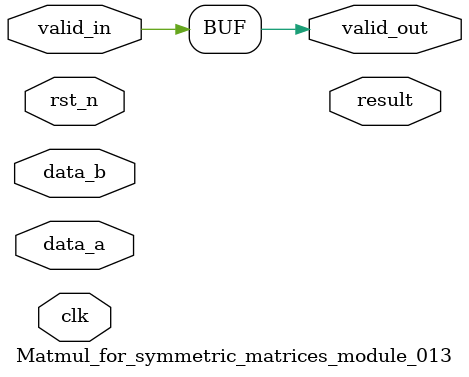
<source format=v>

module Matmul_for_symmetric_matrices_module_013 (
    input clk,
    input rst_n,
    input valid_in,
    output valid_out,
    // Add specific ports based on operator type
    input [31:0] data_a,
    input [31:0] data_b,
    output [31:0] result
);

    // Module implementation would go here
    // This is a template - actual implementation depends on the operator
    
        // Generic operator implementation
    assign output_data = input_data; // Placeholder
    assign valid_out = valid_in;

endmodule

</source>
